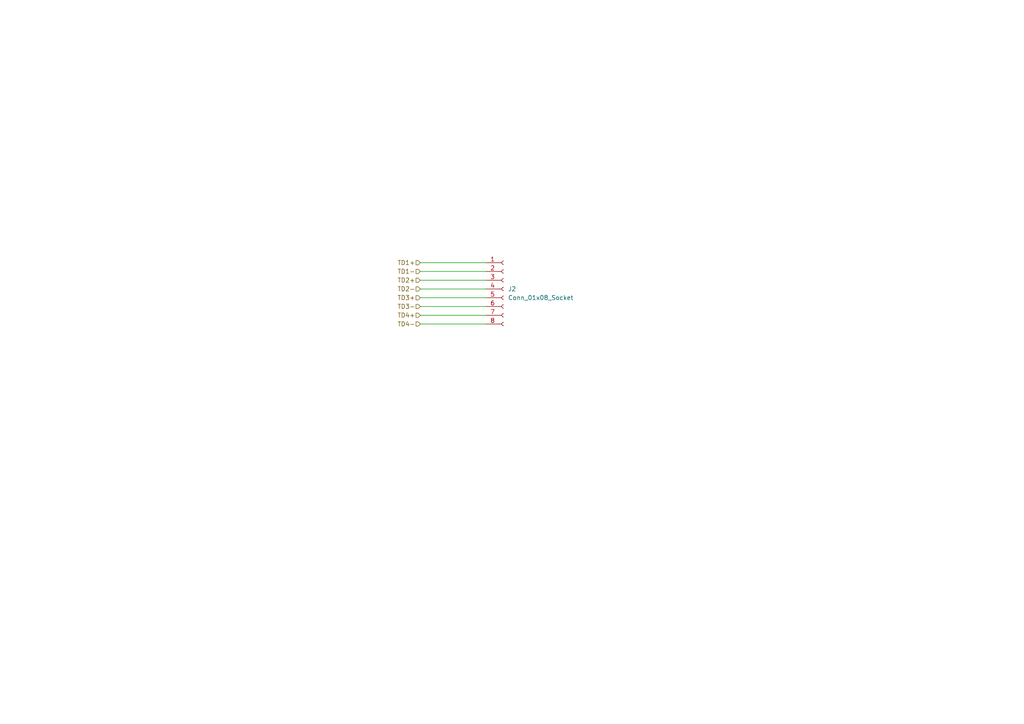
<source format=kicad_sch>
(kicad_sch (version 20230121) (generator eeschema)
  (paper "A4")
  (lib_symbols
    (symbol "Connector:Conn_01x08_Socket" (pin_names (offset 1.016) hide)
      (property "Reference" "J" (at 0 10.16 0))
      (property "Value" "Conn_01x08_Socket" (at 0 -12.7 0))
      (symbol "Conn_01x08_Socket_1_1"
        (arc (start 0 -9.652) (mid -0.5058 -10.16) (end 0 -10.668) (stroke (width 0.1524)))
        (arc (start 0 -7.112) (mid -0.5058 -7.62) (end 0 -8.128) (stroke (width 0.1524)))
        (arc (start 0 -4.572) (mid -0.5058 -5.08) (end 0 -5.588) (stroke (width 0.1524)))
        (arc (start 0 -2.032) (mid -0.5058 -2.54) (end 0 -3.048) (stroke (width 0.1524)))
        (polyline (pts (xy -1.27 -10.16) (xy -0.508 -10.16)) (stroke (width 0.1524)))
        (polyline (pts (xy -1.27 -7.62) (xy -0.508 -7.62)) (stroke (width 0.1524)))
        (polyline (pts (xy -1.27 -5.08) (xy -0.508 -5.08)) (stroke (width 0.1524)))
        (polyline (pts (xy -1.27 -2.54) (xy -0.508 -2.54)) (stroke (width 0.1524)))
        (polyline (pts (xy -1.27 0) (xy -0.508 0)) (stroke (width 0.1524)))
        (polyline (pts (xy -1.27 2.54) (xy -0.508 2.54)) (stroke (width 0.1524)))
        (polyline (pts (xy -1.27 5.08) (xy -0.508 5.08)) (stroke (width 0.1524)))
        (polyline (pts (xy -1.27 7.62) (xy -0.508 7.62)) (stroke (width 0.1524)))
        (arc (start 0 0.508) (mid -0.5058 0) (end 0 -0.508) (stroke (width 0.1524)))
        (arc (start 0 3.048) (mid -0.5058 2.54) (end 0 2.032) (stroke (width 0.1524)))
        (arc (start 0 5.588) (mid -0.5058 5.08) (end 0 4.572) (stroke (width 0.1524)))
        (arc (start 0 8.128) (mid -0.5058 7.62) (end 0 7.112) (stroke (width 0.1524)))
        (pin passive line (at -5.08 7.62 0) (length 3.81) (name "Pin_1") (number "1"))
        (pin passive line (at -5.08 5.08 0) (length 3.81) (name "Pin_2") (number "2"))
        (pin passive line (at -5.08 2.54 0) (length 3.81) (name "Pin_3") (number "3"))
        (pin passive line (at -5.08 0 0) (length 3.81) (name "Pin_4") (number "4"))
        (pin passive line (at -5.08 -2.54 0) (length 3.81) (name "Pin_5") (number "5"))
        (pin passive line (at -5.08 -5.08 0) (length 3.81) (name "Pin_6") (number "6"))
        (pin passive line (at -5.08 -7.62 0) (length 3.81) (name "Pin_7") (number "7"))
        (pin passive line (at -5.08 -10.16 0) (length 3.81) (name "Pin_8") (number "8"))
      )
    )
  )
  (wire (pts (xy 121.92 86.36) (xy 140.97 86.36)))
  (wire (pts (xy 121.92 76.2) (xy 140.97 76.2)))
  (wire (pts (xy 121.92 93.98) (xy 140.97 93.98)))
  (wire (pts (xy 121.92 83.82) (xy 140.97 83.82)))
  (wire (pts (xy 121.92 81.28) (xy 140.97 81.28)))
  (wire (pts (xy 121.92 88.9) (xy 140.97 88.9)))
  (wire (pts (xy 121.92 78.74) (xy 140.97 78.74)))
  (wire (pts (xy 121.92 91.44) (xy 140.97 91.44)))
  (hierarchical_label "TD3-" (shape input) (at 121.92 88.9 180))
  (hierarchical_label "TD4-" (shape input) (at 121.92 93.98 180))
  (hierarchical_label "TD2+" (shape input) (at 121.92 81.28 180))
  (hierarchical_label "TD3+" (shape input) (at 121.92 86.36 180))
  (hierarchical_label "TD4+" (shape input) (at 121.92 91.44 180))
  (hierarchical_label "TD1-" (shape input) (at 121.92 78.74 180))
  (hierarchical_label "TD1+" (shape input) (at 121.92 76.2 180))
  (hierarchical_label "TD2-" (shape input) (at 121.92 83.82 180))
  (symbol (lib_id "Connector:Conn_01x08_Socket") (at 146.05 83.82 0) (unit 1)
    (property "Reference" "J2" (at 147.32 83.82 0) (effects (justify left)))
    (property "Value" "Conn_01x08_Socket" (at 147.32 86.36 0) (effects (justify left)))
    (property "Footprint" "b154:m12_x-code" (effects hide))
  )
)
</source>
